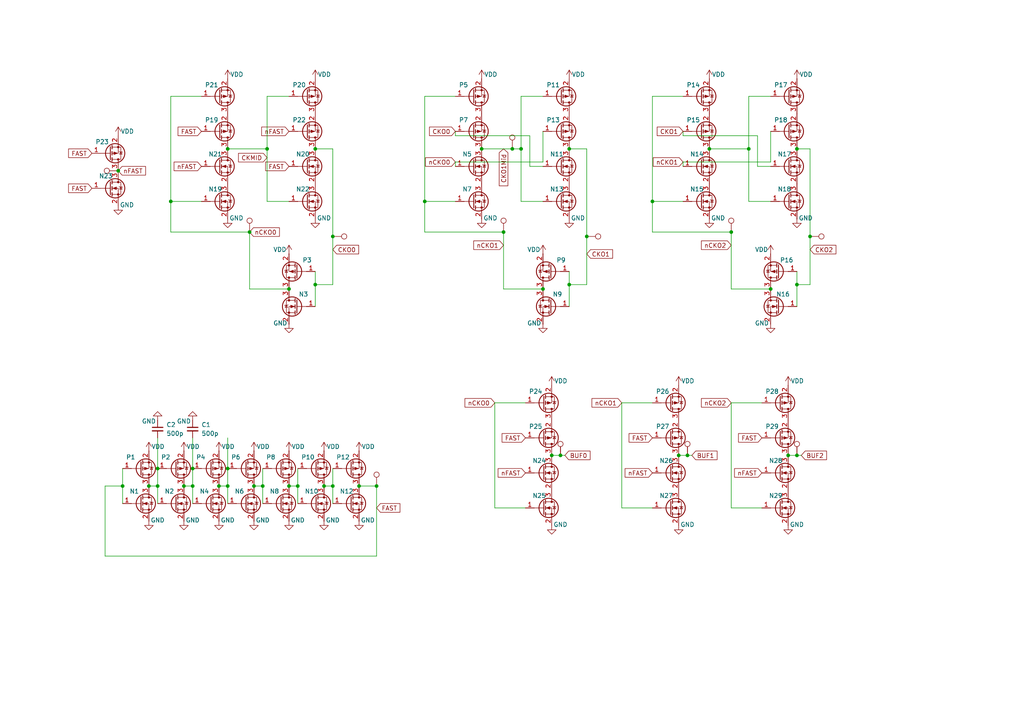
<source format=kicad_sch>
(kicad_sch (version 20250114) (generator "eeschema") (generator_version "9.0")
  (paper "A4")
  (junction (at 123.19 58.42))
  (junction (at 76.2 140.97))
  (junction (at 228.6 132.08))
  (junction (at 77.47 43.18))
  (junction (at 66.04 135.89))
  (junction (at 66.04 140.97))
  (junction (at 165.1 43.18))
  (junction (at 170.18 68.58))
  (junction (at 45.72 140.97))
  (junction (at 165.1 82.55))
  (junction (at 196.85 132.08))
  (junction (at 231.14 132.08))
  (junction (at 223.52 83.82))
  (junction (at 66.04 43.18))
  (junction (at 231.14 82.55))
  (junction (at 189.23 58.42))
  (junction (at 151.13 43.18))
  (junction (at 93.98 140.97))
  (junction (at 55.88 135.89))
  (junction (at 160.02 132.08))
  (junction (at 43.18 140.97))
  (junction (at 162.56 132.08))
  (junction (at 157.48 83.82))
  (junction (at 91.44 43.18))
  (junction (at 96.52 68.58))
  (junction (at 199.39 132.08))
  (junction (at 45.72 135.89))
  (junction (at 53.34 140.97))
  (junction (at 212.09 67.31))
  (junction (at 86.36 140.97))
  (junction (at 104.14 140.97))
  (junction (at 83.82 140.97))
  (junction (at 34.29 49.53))
  (junction (at 49.53 58.42))
  (junction (at 91.44 82.55))
  (junction (at 205.74 43.18))
  (junction (at 139.7 43.18))
  (junction (at 146.05 67.31))
  (junction (at 109.22 140.97))
  (junction (at 96.52 140.97))
  (junction (at 231.14 43.18))
  (junction (at 217.17 43.18))
  (junction (at 83.82 83.82))
  (junction (at 148.59 43.18))
  (junction (at 35.56 140.97))
  (junction (at 63.5 140.97))
  (junction (at 72.39 67.31))
  (junction (at 55.88 140.97))
  (junction (at 73.66 140.97))
  (junction (at 234.95 68.58))
  (wire (pts (xy 223.52 38.1) (xy 223.52 46.99)))
  (wire (pts (xy 231.14 82.55) (xy 234.95 82.55)))
  (wire (pts (xy 91.44 78.74) (xy 91.44 82.55)))
  (wire (pts (xy 55.88 135.89) (xy 55.88 140.97)))
  (wire (pts (xy 49.53 27.94) (xy 49.53 58.42)))
  (wire (pts (xy 151.13 43.18) (xy 151.13 58.42)))
  (wire (pts (xy 30.48 161.29) (xy 109.22 161.29)))
  (wire (pts (xy 55.88 140.97) (xy 55.88 146.05)))
  (wire (pts (xy 165.1 82.55) (xy 170.18 82.55)))
  (wire (pts (xy 232.41 132.08) (xy 231.14 132.08)))
  (wire (pts (xy 148.59 43.18) (xy 151.13 43.18)))
  (wire (pts (xy 66.04 140.97) (xy 66.04 135.89)))
  (wire (pts (xy 165.1 82.55) (xy 165.1 88.9)))
  (wire (pts (xy 53.34 140.97) (xy 55.88 140.97)))
  (wire (pts (xy 55.88 127) (xy 55.88 135.89)))
  (wire (pts (xy 86.36 140.97) (xy 86.36 146.05)))
  (wire (pts (xy 91.44 43.18) (xy 96.52 43.18)))
  (wire (pts (xy 219.71 48.26) (xy 223.52 48.26)))
  (wire (pts (xy 49.53 67.31) (xy 72.39 67.31)))
  (wire (pts (xy 30.48 140.97) (xy 30.48 161.29)))
  (wire (pts (xy 123.19 67.31) (xy 123.19 58.42)))
  (wire (pts (xy 109.22 140.97) (xy 109.22 161.29)))
  (wire (pts (xy 212.09 83.82) (xy 223.52 83.82)))
  (wire (pts (xy 96.52 68.58) (xy 96.52 82.55)))
  (wire (pts (xy 35.56 135.89) (xy 35.56 140.97)))
  (wire (pts (xy 205.74 43.18) (xy 217.17 43.18)))
  (wire (pts (xy 198.12 27.94) (xy 189.23 27.94)))
  (wire (pts (xy 66.04 43.18) (xy 77.47 43.18)))
  (wire (pts (xy 170.18 43.18) (xy 170.18 68.58)))
  (wire (pts (xy 162.56 132.08) (xy 160.02 132.08)))
  (wire (pts (xy 86.36 135.89) (xy 86.36 140.97)))
  (wire (pts (xy 73.66 140.97) (xy 76.2 140.97)))
  (wire (pts (xy 83.82 27.94) (xy 77.47 27.94)))
  (wire (pts (xy 212.09 67.31) (xy 212.09 83.82)))
  (wire (pts (xy 170.18 68.58) (xy 170.18 82.55)))
  (wire (pts (xy 152.4 116.84) (xy 143.51 116.84)))
  (wire (pts (xy 157.48 46.99) (xy 132.08 46.99)))
  (wire (pts (xy 163.83 132.08) (xy 162.56 132.08)))
  (wire (pts (xy 77.47 27.94) (xy 77.47 43.18)))
  (wire (pts (xy 198.12 46.99) (xy 198.12 48.26)))
  (wire (pts (xy 123.19 27.94) (xy 123.19 58.42)))
  (wire (pts (xy 96.52 140.97) (xy 96.52 135.89)))
  (wire (pts (xy 198.12 38.1) (xy 198.12 39.37)))
  (wire (pts (xy 165.1 43.18) (xy 170.18 43.18)))
  (wire (pts (xy 96.52 43.18) (xy 96.52 68.58)))
  (wire (pts (xy 123.19 67.31) (xy 146.05 67.31)))
  (wire (pts (xy 93.98 140.97) (xy 96.52 140.97)))
  (wire (pts (xy 104.14 140.97) (xy 109.22 140.97)))
  (wire (pts (xy 217.17 58.42) (xy 223.52 58.42)))
  (wire (pts (xy 66.04 140.97) (xy 66.04 146.05)))
  (wire (pts (xy 157.48 27.94) (xy 151.13 27.94)))
  (wire (pts (xy 132.08 46.99) (xy 132.08 48.26)))
  (wire (pts (xy 143.51 116.84) (xy 143.51 147.32)))
  (wire (pts (xy 139.7 43.18) (xy 148.59 43.18)))
  (wire (pts (xy 153.67 48.26) (xy 157.48 48.26)))
  (wire (pts (xy 231.14 132.08) (xy 228.6 132.08)))
  (wire (pts (xy 123.19 58.42) (xy 132.08 58.42)))
  (wire (pts (xy 212.09 147.32) (xy 220.98 147.32)))
  (wire (pts (xy 146.05 67.31) (xy 146.05 83.82)))
  (wire (pts (xy 180.34 147.32) (xy 189.23 147.32)))
  (wire (pts (xy 189.23 67.31) (xy 212.09 67.31)))
  (wire (pts (xy 189.23 27.94) (xy 189.23 58.42)))
  (wire (pts (xy 143.51 147.32) (xy 152.4 147.32)))
  (wire (pts (xy 157.48 38.1) (xy 157.48 46.99)))
  (wire (pts (xy 234.95 68.58) (xy 234.95 82.55)))
  (wire (pts (xy 63.5 140.97) (xy 66.04 140.97)))
  (wire (pts (xy 132.08 38.1) (xy 132.08 39.37)))
  (wire (pts (xy 189.23 58.42) (xy 198.12 58.42)))
  (wire (pts (xy 220.98 116.84) (xy 212.09 116.84)))
  (wire (pts (xy 234.95 43.18) (xy 234.95 68.58)))
  (wire (pts (xy 43.18 140.97) (xy 45.72 140.97)))
  (wire (pts (xy 212.09 116.84) (xy 212.09 147.32)))
  (wire (pts (xy 231.14 82.55) (xy 231.14 88.9)))
  (wire (pts (xy 91.44 82.55) (xy 91.44 88.9)))
  (wire (pts (xy 189.23 67.31) (xy 189.23 58.42)))
  (wire (pts (xy 146.05 83.82) (xy 157.48 83.82)))
  (wire (pts (xy 49.53 67.31) (xy 49.53 58.42)))
  (wire (pts (xy 83.82 140.97) (xy 86.36 140.97)))
  (wire (pts (xy 151.13 27.94) (xy 151.13 43.18)))
  (wire (pts (xy 165.1 78.74) (xy 165.1 82.55)))
  (wire (pts (xy 66.04 127) (xy 66.04 135.89)))
  (wire (pts (xy 77.47 58.42) (xy 83.82 58.42)))
  (wire (pts (xy 189.23 116.84) (xy 180.34 116.84)))
  (wire (pts (xy 200.66 132.08) (xy 199.39 132.08)))
  (wire (pts (xy 72.39 83.82) (xy 83.82 83.82)))
  (wire (pts (xy 76.2 140.97) (xy 76.2 146.05)))
  (wire (pts (xy 132.08 39.37) (xy 153.67 39.37)))
  (wire (pts (xy 223.52 46.99) (xy 198.12 46.99)))
  (wire (pts (xy 223.52 27.94) (xy 217.17 27.94)))
  (wire (pts (xy 219.71 39.37) (xy 219.71 48.26)))
  (wire (pts (xy 45.72 140.97) (xy 45.72 135.89)))
  (wire (pts (xy 49.53 58.42) (xy 58.42 58.42)))
  (wire (pts (xy 217.17 43.18) (xy 217.17 58.42)))
  (wire (pts (xy 217.17 27.94) (xy 217.17 43.18)))
  (wire (pts (xy 231.14 43.18) (xy 234.95 43.18)))
  (wire (pts (xy 153.67 39.37) (xy 153.67 48.26)))
  (wire (pts (xy 45.72 127) (xy 45.72 135.89)))
  (wire (pts (xy 35.56 140.97) (xy 35.56 146.05)))
  (wire (pts (xy 72.39 67.31) (xy 72.39 83.82)))
  (wire (pts (xy 76.2 140.97) (xy 76.2 135.89)))
  (wire (pts (xy 180.34 116.84) (xy 180.34 147.32)))
  (wire (pts (xy 35.56 140.97) (xy 30.48 140.97)))
  (wire (pts (xy 199.39 132.08) (xy 196.85 132.08)))
  (wire (pts (xy 151.13 58.42) (xy 157.48 58.42)))
  (wire (pts (xy 198.12 39.37) (xy 219.71 39.37)))
  (wire (pts (xy 91.44 82.55) (xy 96.52 82.55)))
  (wire (pts (xy 45.72 140.97) (xy 45.72 146.05)))
  (wire (pts (xy 58.42 27.94) (xy 49.53 27.94)))
  (wire (pts (xy 132.08 27.94) (xy 123.19 27.94)))
  (wire (pts (xy 77.47 43.18) (xy 77.47 58.42)))
  (wire (pts (xy 231.14 78.74) (xy 231.14 82.55)))
  (wire (pts (xy 96.52 140.97) (xy 96.52 146.05)))
  (global_label "nFAST" (shape input) (at 152.4 137.16 180) (property "Intersheetrefs" "${INTERSHEET_REFS}" (effects (hide yes))))
  (global_label "nCKO0" (shape input) (at 72.39 67.31 0) (property "Intersheetrefs" "${INTERSHEET_REFS}" (effects (hide yes))))
  (global_label "nFAST" (shape input) (at 34.29 49.53 0) (property "Intersheetrefs" "${INTERSHEET_REFS}" (effects (hide yes))))
  (global_label "FAST" (shape input) (at 109.22 147.32 0) (property "Intersheetrefs" "${INTERSHEET_REFS}" (effects (hide yes))))
  (global_label "CKO0" (shape input) (at 132.08 38.1 180) (property "Intersheetrefs" "${INTERSHEET_REFS}" (effects (hide yes))))
  (global_label "nCKO2" (shape input) (at 212.09 116.84 180) (property "Intersheetrefs" "${INTERSHEET_REFS}" (effects (hide yes))))
  (global_label "nCKO2" (shape input) (at 212.09 71.12 180) (property "Intersheetrefs" "${INTERSHEET_REFS}" (effects (hide yes))))
  (global_label "FAST" (shape input) (at 26.67 54.61 180) (property "Intersheetrefs" "${INTERSHEET_REFS}" (effects (hide yes))))
  (global_label "BUF0" (shape input) (at 163.83 132.08 0) (property "Intersheetrefs" "${INTERSHEET_REFS}" (effects (hide yes))))
  (global_label "FAST" (shape input) (at 220.98 127 180) (property "Intersheetrefs" "${INTERSHEET_REFS}" (effects (hide yes))))
  (global_label "CKMID" (shape input) (at 77.47 45.72 180) (property "Intersheetrefs" "${INTERSHEET_REFS}" (effects (hide yes))))
  (global_label "FAST" (shape input) (at 83.82 48.26 180) (property "Intersheetrefs" "${INTERSHEET_REFS}" (effects (hide yes))))
  (global_label "nCKO0" (shape input) (at 143.51 116.84 180) (property "Intersheetrefs" "${INTERSHEET_REFS}" (effects (hide yes))))
  (global_label "CKO1" (shape input) (at 170.18 73.66 0) (property "Intersheetrefs" "${INTERSHEET_REFS}" (effects (hide yes))))
  (global_label "CKO1" (shape input) (at 198.12 38.1 180) (property "Intersheetrefs" "${INTERSHEET_REFS}" (effects (hide yes))))
  (global_label "nFAST" (shape input) (at 220.98 137.16 180) (property "Intersheetrefs" "${INTERSHEET_REFS}" (effects (hide yes))))
  (global_label "nCKO1" (shape input) (at 146.05 71.12 180) (property "Intersheetrefs" "${INTERSHEET_REFS}" (effects (hide yes))))
  (global_label "BUF1" (shape input) (at 200.66 132.08 0) (property "Intersheetrefs" "${INTERSHEET_REFS}" (effects (hide yes))))
  (global_label "FAST" (shape input) (at 189.23 127 180) (property "Intersheetrefs" "${INTERSHEET_REFS}" (effects (hide yes))))
  (global_label "CKO1Mid" (shape input) (at 146.05 43.18 270) (property "Intersheetrefs" "${INTERSHEET_REFS}" (effects (hide yes))))
  (global_label "BUF2" (shape input) (at 232.41 132.08 0) (property "Intersheetrefs" "${INTERSHEET_REFS}" (effects (hide yes))))
  (global_label "FAST" (shape input) (at 58.42 38.1 180) (property "Intersheetrefs" "${INTERSHEET_REFS}" (effects (hide yes))))
  (global_label "nCKO0" (shape input) (at 132.08 46.99 180) (property "Intersheetrefs" "${INTERSHEET_REFS}" (effects (hide yes))))
  (global_label "nCKO1" (shape input) (at 180.34 116.84 180) (property "Intersheetrefs" "${INTERSHEET_REFS}" (effects (hide yes))))
  (global_label "nFAST" (shape input) (at 83.82 38.1 180) (property "Intersheetrefs" "${INTERSHEET_REFS}" (effects (hide yes))))
  (global_label "FAST" (shape input) (at 152.4 127 180) (property "Intersheetrefs" "${INTERSHEET_REFS}" (effects (hide yes))))
  (global_label "CKO0" (shape input) (at 96.52 72.39 0) (property "Intersheetrefs" "${INTERSHEET_REFS}" (effects (hide yes))))
  (global_label "FAST" (shape input) (at 26.67 44.45 180) (property "Intersheetrefs" "${INTERSHEET_REFS}" (effects (hide yes))))
  (global_label "nFAST" (shape input) (at 189.23 137.16 180) (property "Intersheetrefs" "${INTERSHEET_REFS}" (effects (hide yes))))
  (global_label "nFAST" (shape input) (at 58.42 48.26 180) (property "Intersheetrefs" "${INTERSHEET_REFS}" (effects (hide yes))))
  (global_label "nCKO1" (shape input) (at 198.12 46.99 180) (property "Intersheetrefs" "${INTERSHEET_REFS}" (effects (hide yes))))
  (global_label "CKO2" (shape input) (at 234.95 72.39 0) (property "Intersheetrefs" "${INTERSHEET_REFS}" (effects (hide yes))))
  (symbol (lib_id "power:VDD") (at 228.6 111.76 0) (unit 1)
    (property "Reference" "#PWR035" (effects (hide yes)))
    (property "Value" "VDD" (at 233.172 110.49 0) (effects (justify right)))
    (property "Description" "Power symbol creates a global label with name \"VDD\"" (effects (hide yes)))
  )
  (symbol (lib_id "Device:Q_PMOS_GSD") (at 226.06 78.74 180) (unit 1)
    (property "Reference" "P16" (at 230.124 75.438 0) (effects (justify left)))
    (property "Value" "RZM001P02T2L" (effects (hide yes)))
    (property "Footprint" "cnhardware:SOT-723-COMPACTP" (effects (hide yes)))
    (property "Description" "P-MOSFET transistor, gate/source/drain" (effects (hide yes)))
    (property "LCSC" "C308762" (effects (hide yes)))
    (property "Sim.Device" "PMOS" (effects (hide yes)))
    (property "Sim.Type" "VDMOS" (effects (hide yes)))
    (property "Sim.Pins" "1=G 2=S 3=D" (effects (hide yes)))
  )
  (symbol (lib_id "Device:Q_NMOS_GSD") (at 157.48 137.16 0) (unit 1)
    (property "Reference" "N24" (at 154.432 133.604 0) (effects (justify left)))
    (property "Value" "2SK3541" (effects (hide yes)))
    (property "Footprint" "cnhardware:SOT-723-COMPACT" (effects (hide yes)))
    (property "Description" "N-MOSFET transistor, gate/source/drain" (effects (hide yes)))
    (property "LCSC" "C42402303" (effects (hide yes)))
    (property "Sim.Device" "NMOS" (effects (hide yes)))
    (property "Sim.Type" "VDMOS" (effects (hide yes)))
    (property "Sim.Pins" "1=G 2=S 3=D" (effects (hide yes)))
  )
  (symbol (lib_id "Device:Q_NMOS_GSD") (at 50.8 146.05 0) (unit 1)
    (property "Reference" "N2" (at 47.752 142.494 0) (effects (justify left)))
    (property "Value" "2SK3541" (effects (hide yes)))
    (property "Footprint" "cnhardware:SOT-723-COMPACT" (effects (hide yes)))
    (property "Description" "N-MOSFET transistor, gate/source/drain" (effects (hide yes)))
    (property "LCSC" "C42402303" (effects (hide yes)))
    (property "Sim.Device" "NMOS" (effects (hide yes)))
    (property "Sim.Type" "VDMOS" (effects (hide yes)))
    (property "Sim.Pins" "1=G 2=S 3=D" (effects (hide yes)))
  )
  (symbol (lib_id "Device:Q_PMOS_GSD") (at 203.2 38.1 0) (mirror x) (unit 1)
    (property "Reference" "P15" (at 199.136 34.798 0) (effects (justify left)))
    (property "Value" "RZM001P02T2L" (effects (hide yes)))
    (property "Footprint" "cnhardware:SOT-723-COMPACTP" (effects (hide yes)))
    (property "Description" "P-MOSFET transistor, gate/source/drain" (effects (hide yes)))
    (property "LCSC" "C308762" (effects (hide yes)))
    (property "Sim.Device" "PMOS" (effects (hide yes)))
    (property "Sim.Type" "VDMOS" (effects (hide yes)))
    (property "Sim.Pins" "1=G 2=S 3=D" (effects (hide yes)))
  )
  (symbol (lib_id "power:VDD") (at 157.48 73.66 0) (mirror y) (unit 1)
    (property "Reference" "#PWR09" (effects (hide yes)))
    (property "Value" "VDD" (at 152.908 72.39 0) (effects (justify right)))
    (property "Description" "Power symbol creates a global label with name \"VDD\"" (effects (hide yes)))
  )
  (symbol (lib_id "Connector:TestPoint") (at 231.14 132.08 0) (unit 1) (in_bom no)
    (property "Reference" "TP12" (effects (hide yes)))
    (property "Value" "TP" (effects (hide yes)))
    (property "Footprint" "cnhardware:TPTHRU" (effects (hide yes)))
    (property "Description" "test point" (effects (hide yes)))
    (property "LCSC" "C25503131" (effects (hide yes)))
    (property "Sim.Device" "TP" (effects (hide yes)))
    (property "Sim.Params" "ROON" (effects (hide yes)))
  )
  (symbol (lib_id "power:GND") (at 83.82 93.98 0) (mirror y) (unit 1)
    (property "Reference" "#PWR02" (effects (hide yes)))
    (property "Value" "GND" (at 81.28 93.726 0))
    (property "Description" "Power symbol creates a global label with name \"GND\" , ground" (effects (hide yes)))
  )
  (symbol (lib_id "Device:Q_NMOS_GSD") (at 60.96 146.05 0) (unit 1)
    (property "Reference" "N4" (at 57.912 142.494 0) (effects (justify left)))
    (property "Value" "2SK3541" (effects (hide yes)))
    (property "Footprint" "cnhardware:SOT-723-COMPACT" (effects (hide yes)))
    (property "Description" "N-MOSFET transistor, gate/source/drain" (effects (hide yes)))
    (property "LCSC" "C42402303" (effects (hide yes)))
    (property "Sim.Device" "NMOS" (effects (hide yes)))
    (property "Sim.Type" "VDMOS" (effects (hide yes)))
    (property "Sim.Pins" "1=G 2=S 3=D" (effects (hide yes)))
  )
  (symbol (lib_id "Device:Q_NMOS_GSD") (at 91.44 146.05 0) (unit 1)
    (property "Reference" "N10" (at 88.392 142.494 0) (effects (justify left)))
    (property "Value" "2SK3541" (effects (hide yes)))
    (property "Footprint" "cnhardware:SOT-723-COMPACT" (effects (hide yes)))
    (property "Description" "N-MOSFET transistor, gate/source/drain" (effects (hide yes)))
    (property "LCSC" "C42402303" (effects (hide yes)))
    (property "Sim.Device" "NMOS" (effects (hide yes)))
    (property "Sim.Type" "VDMOS" (effects (hide yes)))
    (property "Sim.Pins" "1=G 2=S 3=D" (effects (hide yes)))
  )
  (symbol (lib_id "Connector:TestPoint") (at 212.09 67.31 0) (unit 1) (in_bom no)
    (property "Reference" "TP8" (effects (hide yes)))
    (property "Value" "TP" (effects (hide yes)))
    (property "Footprint" "cnhardware:TPTHRU" (effects (hide yes)))
    (property "Description" "test point" (effects (hide yes)))
    (property "LCSC" "C25503131" (effects (hide yes)))
    (property "Sim.Device" "TP" (effects (hide yes)))
    (property "Sim.Params" "ROON" (effects (hide yes)))
  )
  (symbol (lib_id "Device:Q_PMOS_GSD") (at 157.48 116.84 0) (mirror x) (unit 1)
    (property "Reference" "P24" (at 153.416 113.538 0) (effects (justify left)))
    (property "Value" "RZM001P02T2L" (effects (hide yes)))
    (property "Footprint" "cnhardware:SOT-723-COMPACTP" (effects (hide yes)))
    (property "Description" "P-MOSFET transistor, gate/source/drain" (effects (hide yes)))
    (property "LCSC" "C308762" (effects (hide yes)))
    (property "Sim.Device" "PMOS" (effects (hide yes)))
    (property "Sim.Type" "VDMOS" (effects (hide yes)))
    (property "Sim.Pins" "1=G 2=S 3=D" (effects (hide yes)))
  )
  (symbol (lib_id "Device:Q_PMOS_GSD") (at 228.6 38.1 0) (mirror x) (unit 1)
    (property "Reference" "P18" (at 224.536 34.798 0) (effects (justify left)))
    (property "Value" "RZM001P02T2L" (effects (hide yes)))
    (property "Footprint" "cnhardware:SOT-723-COMPACTP" (effects (hide yes)))
    (property "Description" "P-MOSFET transistor, gate/source/drain" (effects (hide yes)))
    (property "LCSC" "C308762" (effects (hide yes)))
    (property "Sim.Device" "PMOS" (effects (hide yes)))
    (property "Sim.Type" "VDMOS" (effects (hide yes)))
    (property "Sim.Pins" "1=G 2=S 3=D" (effects (hide yes)))
  )
  (symbol (lib_id "Device:Q_NMOS_GSD") (at 203.2 58.42 0) (unit 1)
    (property "Reference" "N15" (at 200.152 54.864 0) (effects (justify left)))
    (property "Value" "2SK3541" (effects (hide yes)))
    (property "Footprint" "cnhardware:SOT-723-COMPACT" (effects (hide yes)))
    (property "Description" "N-MOSFET transistor, gate/source/drain" (effects (hide yes)))
    (property "LCSC" "C42402303" (effects (hide yes)))
    (property "Sim.Device" "NMOS" (effects (hide yes)))
    (property "Sim.Type" "VDMOS" (effects (hide yes)))
    (property "Sim.Pins" "1=G 2=S 3=D" (effects (hide yes)))
  )
  (symbol (lib_id "power:GND") (at 157.48 93.98 0) (mirror y) (unit 1)
    (property "Reference" "#PWR010" (effects (hide yes)))
    (property "Value" "GND" (at 154.94 93.726 0))
    (property "Description" "Power symbol creates a global label with name \"GND\" , ground" (effects (hide yes)))
  )
  (symbol (lib_id "power:GND") (at 104.14 151.13 0) (unit 1)
    (property "Reference" "#PWR034" (effects (hide yes)))
    (property "Value" "GND" (at 106.68 150.876 0))
    (property "Description" "Power symbol creates a global label with name \"GND\" , ground" (effects (hide yes)))
  )
  (symbol (lib_id "Device:C_Small") (at 55.88 124.46 0) (unit 1)
    (property "Reference" "C1" (at 58.42 123.1962 0) (effects (justify left)))
    (property "Value" "500p" (at 58.42 125.7362 0) (effects (justify left)))
    (property "Description" "Unpolarized capacitor, small symbol" (effects (hide yes)))
  )
  (symbol (lib_id "Connector:TestPoint") (at 162.56 132.08 0) (unit 1) (in_bom no)
    (property "Reference" "TP7" (effects (hide yes)))
    (property "Value" "TP" (effects (hide yes)))
    (property "Footprint" "cnhardware:TPTHRU" (effects (hide yes)))
    (property "Description" "test point" (effects (hide yes)))
    (property "LCSC" "C25503131" (effects (hide yes)))
    (property "Sim.Device" "TP" (effects (hide yes)))
    (property "Sim.Params" "ROON" (effects (hide yes)))
  )
  (symbol (lib_id "Device:Q_PMOS_GSD") (at 86.36 78.74 180) (unit 1)
    (property "Reference" "P3" (at 90.424 75.438 0) (effects (justify left)))
    (property "Value" "RZM001P02T2L" (effects (hide yes)))
    (property "Footprint" "cnhardware:SOT-723-COMPACTP" (effects (hide yes)))
    (property "Description" "P-MOSFET transistor, gate/source/drain" (effects (hide yes)))
    (property "LCSC" "C308762" (effects (hide yes)))
    (property "Sim.Device" "PMOS" (effects (hide yes)))
    (property "Sim.Type" "VDMOS" (effects (hide yes)))
    (property "Sim.Pins" "1=G 2=S 3=D" (effects (hide yes)))
  )
  (symbol (lib_id "power:GND") (at 45.72 121.92 180) (unit 1)
    (property "Reference" "#PWR026" (effects (hide yes)))
    (property "Value" "GND" (at 43.18 122.174 0))
    (property "Description" "Power symbol creates a global label with name \"GND\" , ground" (effects (hide yes)))
  )
  (symbol (lib_id "Device:Q_NMOS_GSD") (at 71.12 146.05 0) (unit 1)
    (property "Reference" "N6" (at 68.072 142.494 0) (effects (justify left)))
    (property "Value" "2SK3541" (effects (hide yes)))
    (property "Footprint" "cnhardware:SOT-723-COMPACT" (effects (hide yes)))
    (property "Description" "N-MOSFET transistor, gate/source/drain" (effects (hide yes)))
    (property "LCSC" "C42402303" (effects (hide yes)))
    (property "Sim.Device" "NMOS" (effects (hide yes)))
    (property "Sim.Type" "VDMOS" (effects (hide yes)))
    (property "Sim.Pins" "1=G 2=S 3=D" (effects (hide yes)))
  )
  (symbol (lib_id "Device:Q_PMOS_GSD") (at 71.12 135.89 0) (mirror x) (unit 1)
    (property "Reference" "P6" (at 67.056 132.588 0) (effects (justify left)))
    (property "Value" "RZM001P02T2L" (effects (hide yes)))
    (property "Footprint" "cnhardware:SOT-723-COMPACTP" (effects (hide yes)))
    (property "Description" "P-MOSFET transistor, gate/source/drain" (effects (hide yes)))
    (property "LCSC" "C308762" (effects (hide yes)))
    (property "Sim.Device" "PMOS" (effects (hide yes)))
    (property "Sim.Type" "VDMOS" (effects (hide yes)))
    (property "Sim.Pins" "1=G 2=S 3=D" (effects (hide yes)))
  )
  (symbol (lib_id "power:GND") (at 73.66 151.13 0) (unit 1)
    (property "Reference" "#PWR018" (effects (hide yes)))
    (property "Value" "GND" (at 76.2 150.876 0))
    (property "Description" "Power symbol creates a global label with name \"GND\" , ground" (effects (hide yes)))
  )
  (symbol (lib_id "power:GND") (at 83.82 151.13 0) (unit 1)
    (property "Reference" "#PWR023" (effects (hide yes)))
    (property "Value" "GND" (at 86.36 150.876 0))
    (property "Description" "Power symbol creates a global label with name \"GND\" , ground" (effects (hide yes)))
  )
  (symbol (lib_id "Device:Q_NMOS_GSD") (at 88.9 48.26 0) (unit 1)
    (property "Reference" "N20" (at 85.852 44.704 0) (effects (justify left)))
    (property "Value" "2SK3541" (effects (hide yes)))
    (property "Footprint" "cnhardware:SOT-723-COMPACT" (effects (hide yes)))
    (property "Description" "N-MOSFET transistor, gate/source/drain" (effects (hide yes)))
    (property "LCSC" "C42402303" (effects (hide yes)))
    (property "Sim.Device" "NMOS" (effects (hide yes)))
    (property "Sim.Type" "VDMOS" (effects (hide yes)))
    (property "Sim.Pins" "1=G 2=S 3=D" (effects (hide yes)))
  )
  (symbol (lib_id "power:VDD") (at 196.85 111.76 0) (unit 1)
    (property "Reference" "#PWR031" (effects (hide yes)))
    (property "Value" "VDD" (at 201.422 110.49 0) (effects (justify right)))
    (property "Description" "Power symbol creates a global label with name \"VDD\"" (effects (hide yes)))
  )
  (symbol (lib_id "Device:Q_NMOS_GSD") (at 86.36 88.9 0) (mirror y) (unit 1)
    (property "Reference" "N3" (at 89.408 85.344 0) (effects (justify left)))
    (property "Value" "2SK3541" (effects (hide yes)))
    (property "Footprint" "cnhardware:SOT-723-COMPACT" (effects (hide yes)))
    (property "Description" "N-MOSFET transistor, gate/source/drain" (effects (hide yes)))
    (property "LCSC" "C42402303" (effects (hide yes)))
    (property "Sim.Device" "NMOS" (effects (hide yes)))
    (property "Sim.Type" "VDMOS" (effects (hide yes)))
    (property "Sim.Pins" "1=G 2=S 3=D" (effects (hide yes)))
  )
  (symbol (lib_id "Device:Q_NMOS_GSD") (at 226.06 147.32 0) (unit 1)
    (property "Reference" "N29" (at 223.012 143.764 0) (effects (justify left)))
    (property "Value" "2SK3541" (effects (hide yes)))
    (property "Footprint" "cnhardware:SOT-723-COMPACT" (effects (hide yes)))
    (property "Description" "N-MOSFET transistor, gate/source/drain" (effects (hide yes)))
    (property "LCSC" "C42402303" (effects (hide yes)))
    (property "Sim.Device" "NMOS" (effects (hide yes)))
    (property "Sim.Type" "VDMOS" (effects (hide yes)))
    (property "Sim.Pins" "1=G 2=S 3=D" (effects (hide yes)))
  )
  (symbol (lib_id "Device:Q_PMOS_GSD") (at 101.6 135.89 0) (mirror x) (unit 1)
    (property "Reference" "P12" (at 97.536 132.588 0) (effects (justify left)))
    (property "Value" "RZM001P02T2L" (effects (hide yes)))
    (property "Footprint" "cnhardware:SOT-723-COMPACTP" (effects (hide yes)))
    (property "Description" "P-MOSFET transistor, gate/source/drain" (effects (hide yes)))
    (property "LCSC" "C308762" (effects (hide yes)))
    (property "Sim.Device" "PMOS" (effects (hide yes)))
    (property "Sim.Type" "VDMOS" (effects (hide yes)))
    (property "Sim.Pins" "1=G 2=S 3=D" (effects (hide yes)))
  )
  (symbol (lib_id "power:VDD") (at 205.74 22.86 0) (unit 1)
    (property "Reference" "#PWR015" (effects (hide yes)))
    (property "Value" "VDD" (at 210.312 21.59 0) (effects (justify right)))
    (property "Description" "Power symbol creates a global label with name \"VDD\"" (effects (hide yes)))
  )
  (symbol (lib_id "Device:Q_NMOS_GSD") (at 194.31 137.16 0) (unit 1)
    (property "Reference" "N26" (at 191.262 133.604 0) (effects (justify left)))
    (property "Value" "2SK3541" (effects (hide yes)))
    (property "Footprint" "cnhardware:SOT-723-COMPACT" (effects (hide yes)))
    (property "Description" "N-MOSFET transistor, gate/source/drain" (effects (hide yes)))
    (property "LCSC" "C42402303" (effects (hide yes)))
    (property "Sim.Device" "NMOS" (effects (hide yes)))
    (property "Sim.Type" "VDMOS" (effects (hide yes)))
    (property "Sim.Pins" "1=G 2=S 3=D" (effects (hide yes)))
  )
  (symbol (lib_id "Connector:TestPoint") (at 109.22 140.97 0) (unit 1) (in_bom no)
    (property "Reference" "TP5" (effects (hide yes)))
    (property "Value" "TP" (effects (hide yes)))
    (property "Footprint" "cnhardware:TPTHRU" (effects (hide yes)))
    (property "Description" "test point" (effects (hide yes)))
    (property "LCSC" "C25503131" (effects (hide yes)))
    (property "Sim.Device" "TP" (effects (hide yes)))
    (property "Sim.Params" "ROON" (effects (hide yes)))
  )
  (symbol (lib_id "Device:Q_PMOS_GSD") (at 157.48 127 0) (mirror x) (unit 1)
    (property "Reference" "P25" (at 153.416 123.698 0) (effects (justify left)))
    (property "Value" "RZM001P02T2L" (effects (hide yes)))
    (property "Footprint" "cnhardware:SOT-723-COMPACTP" (effects (hide yes)))
    (property "Description" "P-MOSFET transistor, gate/source/drain" (effects (hide yes)))
    (property "LCSC" "C308762" (effects (hide yes)))
    (property "Sim.Device" "PMOS" (effects (hide yes)))
    (property "Sim.Type" "VDMOS" (effects (hide yes)))
    (property "Sim.Pins" "1=G 2=S 3=D" (effects (hide yes)))
  )
  (symbol (lib_id "power:VDD") (at 160.02 111.76 0) (unit 1)
    (property "Reference" "#PWR027" (effects (hide yes)))
    (property "Value" "VDD" (at 164.592 110.49 0) (effects (justify right)))
    (property "Description" "Power symbol creates a global label with name \"VDD\"" (effects (hide yes)))
  )
  (symbol (lib_id "power:GND") (at 93.98 151.13 0) (unit 1)
    (property "Reference" "#PWR029" (effects (hide yes)))
    (property "Value" "GND" (at 96.52 150.876 0))
    (property "Description" "Power symbol creates a global label with name \"GND\" , ground" (effects (hide yes)))
  )
  (symbol (lib_id "Connector:TestPoint") (at 234.95 68.58 270) (unit 1) (in_bom no)
    (property "Reference" "TP11" (effects (hide yes)))
    (property "Value" "TP" (effects (hide yes)))
    (property "Footprint" "cnhardware:TPTHRU" (effects (hide yes)))
    (property "Description" "test point" (effects (hide yes)))
    (property "LCSC" "C25503131" (effects (hide yes)))
    (property "Sim.Device" "TP" (effects (hide yes)))
    (property "Sim.Params" "ROON" (effects (hide yes)))
  )
  (symbol (lib_id "Device:Q_PMOS_GSD") (at 81.28 135.89 0) (mirror x) (unit 1)
    (property "Reference" "P8" (at 77.216 132.588 0) (effects (justify left)))
    (property "Value" "RZM001P02T2L" (effects (hide yes)))
    (property "Footprint" "cnhardware:SOT-723-COMPACTP" (effects (hide yes)))
    (property "Description" "P-MOSFET transistor, gate/source/drain" (effects (hide yes)))
    (property "LCSC" "C308762" (effects (hide yes)))
    (property "Sim.Device" "PMOS" (effects (hide yes)))
    (property "Sim.Type" "VDMOS" (effects (hide yes)))
    (property "Sim.Pins" "1=G 2=S 3=D" (effects (hide yes)))
  )
  (symbol (lib_id "Device:Q_NMOS_GSD") (at 40.64 146.05 0) (unit 1)
    (property "Reference" "N1" (at 37.592 142.494 0) (effects (justify left)))
    (property "Value" "2SK3541" (effects (hide yes)))
    (property "Footprint" "cnhardware:SOT-723-COMPACT" (effects (hide yes)))
    (property "Description" "N-MOSFET transistor, gate/source/drain" (effects (hide yes)))
    (property "LCSC" "C42402303" (effects (hide yes)))
    (property "Sim.Device" "NMOS" (effects (hide yes)))
    (property "Sim.Type" "VDMOS" (effects (hide yes)))
    (property "Sim.Pins" "1=G 2=S 3=D" (effects (hide yes)))
  )
  (symbol (lib_id "Device:Q_NMOS_GSD") (at 101.6 146.05 0) (unit 1)
    (property "Reference" "N12" (at 98.552 142.494 0) (effects (justify left)))
    (property "Value" "2SK3541" (effects (hide yes)))
    (property "Footprint" "cnhardware:SOT-723-COMPACT" (effects (hide yes)))
    (property "Description" "N-MOSFET transistor, gate/source/drain" (effects (hide yes)))
    (property "LCSC" "C42402303" (effects (hide yes)))
    (property "Sim.Device" "NMOS" (effects (hide yes)))
    (property "Sim.Type" "VDMOS" (effects (hide yes)))
    (property "Sim.Pins" "1=G 2=S 3=D" (effects (hide yes)))
  )
  (symbol (lib_id "Connector:TestPoint") (at 72.39 67.31 0) (unit 1) (in_bom no)
    (property "Reference" "TP9" (effects (hide yes)))
    (property "Value" "TP" (effects (hide yes)))
    (property "Footprint" "cnhardware:TPTHRU" (effects (hide yes)))
    (property "Description" "test point" (effects (hide yes)))
    (property "LCSC" "C25503131" (effects (hide yes)))
    (property "Sim.Device" "TP" (effects (hide yes)))
    (property "Sim.Params" "ROON" (effects (hide yes)))
  )
  (symbol (lib_id "Device:Q_NMOS_GSD") (at 203.2 48.26 0) (unit 1)
    (property "Reference" "N14" (at 200.152 44.704 0) (effects (justify left)))
    (property "Value" "2SK3541" (effects (hide yes)))
    (property "Footprint" "cnhardware:SOT-723-COMPACT" (effects (hide yes)))
    (property "Description" "N-MOSFET transistor, gate/source/drain" (effects (hide yes)))
    (property "LCSC" "C42402303" (effects (hide yes)))
    (property "Sim.Device" "NMOS" (effects (hide yes)))
    (property "Sim.Type" "VDMOS" (effects (hide yes)))
    (property "Sim.Pins" "1=G 2=S 3=D" (effects (hide yes)))
  )
  (symbol (lib_id "Connector:TestPoint") (at 96.52 68.58 270) (unit 1) (in_bom no)
    (property "Reference" "TP2" (effects (hide yes)))
    (property "Value" "TP" (effects (hide yes)))
    (property "Footprint" "cnhardware:TPTHRU" (effects (hide yes)))
    (property "Description" "test point" (effects (hide yes)))
    (property "LCSC" "C25503131" (effects (hide yes)))
    (property "Sim.Device" "TP" (effects (hide yes)))
    (property "Sim.Params" "ROON" (effects (hide yes)))
  )
  (symbol (lib_id "Device:Q_PMOS_GSD") (at 50.8 135.89 0) (mirror x) (unit 1)
    (property "Reference" "P2" (at 46.736 132.588 0) (effects (justify left)))
    (property "Value" "RZM001P02T2L" (effects (hide yes)))
    (property "Footprint" "cnhardware:SOT-723-COMPACTP" (effects (hide yes)))
    (property "Description" "P-MOSFET transistor, gate/source/drain" (effects (hide yes)))
    (property "LCSC" "C308762" (effects (hide yes)))
    (property "Sim.Device" "PMOS" (effects (hide yes)))
    (property "Sim.Type" "VDMOS" (effects (hide yes)))
    (property "Sim.Pins" "1=G 2=S 3=D" (effects (hide yes)))
  )
  (symbol (lib_id "power:VDD") (at 231.14 22.86 0) (unit 1)
    (property "Reference" "#PWR021" (effects (hide yes)))
    (property "Value" "VDD" (at 235.712 21.59 0) (effects (justify right)))
    (property "Description" "Power symbol creates a global label with name \"VDD\"" (effects (hide yes)))
  )
  (symbol (lib_id "power:GND") (at 43.18 151.13 0) (unit 1)
    (property "Reference" "#PWR04" (effects (hide yes)))
    (property "Value" "GND" (at 45.72 150.876 0))
    (property "Description" "Power symbol creates a global label with name \"GND\" , ground" (effects (hide yes)))
  )
  (symbol (lib_id "Device:Q_NMOS_GSD") (at 194.31 147.32 0) (unit 1)
    (property "Reference" "N27" (at 191.262 143.764 0) (effects (justify left)))
    (property "Value" "2SK3541" (effects (hide yes)))
    (property "Footprint" "cnhardware:SOT-723-COMPACT" (effects (hide yes)))
    (property "Description" "N-MOSFET transistor, gate/source/drain" (effects (hide yes)))
    (property "LCSC" "C42402303" (effects (hide yes)))
    (property "Sim.Device" "NMOS" (effects (hide yes)))
    (property "Sim.Type" "VDMOS" (effects (hide yes)))
    (property "Sim.Pins" "1=G 2=S 3=D" (effects (hide yes)))
  )
  (symbol (lib_id "power:VDD") (at 139.7 22.86 0) (unit 1)
    (property "Reference" "#PWR05" (effects (hide yes)))
    (property "Value" "VDD" (at 144.272 21.59 0) (effects (justify right)))
    (property "Description" "Power symbol creates a global label with name \"VDD\"" (effects (hide yes)))
  )
  (symbol (lib_id "Device:Q_NMOS_GSD") (at 160.02 88.9 0) (mirror y) (unit 1)
    (property "Reference" "N9" (at 163.068 85.344 0) (effects (justify left)))
    (property "Value" "2SK3541" (effects (hide yes)))
    (property "Footprint" "cnhardware:SOT-723-COMPACT" (effects (hide yes)))
    (property "Description" "N-MOSFET transistor, gate/source/drain" (effects (hide yes)))
    (property "LCSC" "C42402303" (effects (hide yes)))
    (property "Sim.Device" "NMOS" (effects (hide yes)))
    (property "Sim.Type" "VDMOS" (effects (hide yes)))
    (property "Sim.Pins" "1=G 2=S 3=D" (effects (hide yes)))
  )
  (symbol (lib_id "power:GND") (at 53.34 151.13 0) (unit 1)
    (property "Reference" "#PWR07" (effects (hide yes)))
    (property "Value" "GND" (at 55.88 150.876 0))
    (property "Description" "Power symbol creates a global label with name \"GND\" , ground" (effects (hide yes)))
  )
  (symbol (lib_id "Device:Q_NMOS_GSD") (at 31.75 54.61 0) (unit 1)
    (property "Reference" "N23" (at 28.702 51.054 0) (effects (justify left)))
    (property "Value" "2SK3541" (effects (hide yes)))
    (property "Footprint" "cnhardware:SOT-723-COMPACT" (effects (hide yes)))
    (property "Description" "N-MOSFET transistor, gate/source/drain" (effects (hide yes)))
    (property "LCSC" "C42402303" (effects (hide yes)))
    (property "Sim.Device" "NMOS" (effects (hide yes)))
    (property "Sim.Type" "VDMOS" (effects (hide yes)))
    (property "Sim.Pins" "1=G 2=S 3=D" (effects (hide yes)))
  )
  (symbol (lib_id "Device:Q_NMOS_GSD") (at 226.06 88.9 0) (mirror y) (unit 1)
    (property "Reference" "N16" (at 229.108 85.344 0) (effects (justify left)))
    (property "Value" "2SK3541" (effects (hide yes)))
    (property "Footprint" "cnhardware:SOT-723-COMPACT" (effects (hide yes)))
    (property "Description" "N-MOSFET transistor, gate/source/drain" (effects (hide yes)))
    (property "LCSC" "C42402303" (effects (hide yes)))
    (property "Sim.Device" "NMOS" (effects (hide yes)))
    (property "Sim.Type" "VDMOS" (effects (hide yes)))
    (property "Sim.Pins" "1=G 2=S 3=D" (effects (hide yes)))
  )
  (symbol (lib_id "power:VDD") (at 43.18 130.81 0) (unit 1)
    (property "Reference" "#PWR03" (effects (hide yes)))
    (property "Value" "VDD" (at 47.752 129.54 0) (effects (justify right)))
    (property "Description" "Power symbol creates a global label with name \"VDD\"" (effects (hide yes)))
  )
  (symbol (lib_id "Device:Q_PMOS_GSD") (at 137.16 27.94 0) (mirror x) (unit 1)
    (property "Reference" "P5" (at 133.096 24.638 0) (effects (justify left)))
    (property "Value" "RZM001P02T2L" (effects (hide yes)))
    (property "Footprint" "cnhardware:SOT-723-COMPACTP" (effects (hide yes)))
    (property "Description" "P-MOSFET transistor, gate/source/drain" (effects (hide yes)))
    (property "LCSC" "C308762" (effects (hide yes)))
    (property "Sim.Device" "PMOS" (effects (hide yes)))
    (property "Sim.Type" "VDMOS" (effects (hide yes)))
    (property "Sim.Pins" "1=G 2=S 3=D" (effects (hide yes)))
  )
  (symbol (lib_id "Device:Q_PMOS_GSD") (at 88.9 27.94 0) (mirror x) (unit 1)
    (property "Reference" "P20" (at 84.836 24.638 0) (effects (justify left)))
    (property "Value" "RZM001P02T2L" (effects (hide yes)))
    (property "Footprint" "cnhardware:SOT-723-COMPACTP" (effects (hide yes)))
    (property "Description" "P-MOSFET transistor, gate/source/drain" (effects (hide yes)))
    (property "LCSC" "C308762" (effects (hide yes)))
    (property "Sim.Device" "PMOS" (effects (hide yes)))
    (property "Sim.Type" "VDMOS" (effects (hide yes)))
    (property "Sim.Pins" "1=G 2=S 3=D" (effects (hide yes)))
  )
  (symbol (lib_id "Device:Q_PMOS_GSD") (at 194.31 116.84 0) (mirror x) (unit 1)
    (property "Reference" "P26" (at 190.246 113.538 0) (effects (justify left)))
    (property "Value" "RZM001P02T2L" (effects (hide yes)))
    (property "Footprint" "cnhardware:SOT-723-COMPACTP" (effects (hide yes)))
    (property "Description" "P-MOSFET transistor, gate/source/drain" (effects (hide yes)))
    (property "LCSC" "C308762" (effects (hide yes)))
    (property "Sim.Device" "PMOS" (effects (hide yes)))
    (property "Sim.Type" "VDMOS" (effects (hide yes)))
    (property "Sim.Pins" "1=G 2=S 3=D" (effects (hide yes)))
  )
  (symbol (lib_id "power:VDD") (at 34.29 39.37 0) (unit 1)
    (property "Reference" "#PWR052" (effects (hide yes)))
    (property "Value" "VDD" (at 38.862 38.1 0) (effects (justify right)))
    (property "Description" "Power symbol creates a global label with name \"VDD\"" (effects (hide yes)))
  )
  (symbol (lib_id "Device:Q_NMOS_GSD") (at 228.6 48.26 0) (unit 1)
    (property "Reference" "N17" (at 225.552 44.704 0) (effects (justify left)))
    (property "Value" "2SK3541" (effects (hide yes)))
    (property "Footprint" "cnhardware:SOT-723-COMPACT" (effects (hide yes)))
    (property "Description" "N-MOSFET transistor, gate/source/drain" (effects (hide yes)))
    (property "LCSC" "C42402303" (effects (hide yes)))
    (property "Sim.Device" "NMOS" (effects (hide yes)))
    (property "Sim.Type" "VDMOS" (effects (hide yes)))
    (property "Sim.Pins" "1=G 2=S 3=D" (effects (hide yes)))
  )
  (symbol (lib_id "Device:Q_PMOS_GSD") (at 160.02 78.74 180) (unit 1)
    (property "Reference" "P9" (at 164.084 75.438 0) (effects (justify left)))
    (property "Value" "RZM001P02T2L" (effects (hide yes)))
    (property "Footprint" "cnhardware:SOT-723-COMPACTP" (effects (hide yes)))
    (property "Description" "P-MOSFET transistor, gate/source/drain" (effects (hide yes)))
    (property "LCSC" "C308762" (effects (hide yes)))
    (property "Sim.Device" "PMOS" (effects (hide yes)))
    (property "Sim.Type" "VDMOS" (effects (hide yes)))
    (property "Sim.Pins" "1=G 2=S 3=D" (effects (hide yes)))
  )
  (symbol (lib_id "Device:Q_PMOS_GSD") (at 63.5 27.94 0) (mirror x) (unit 1)
    (property "Reference" "P21" (at 59.436 24.638 0) (effects (justify left)))
    (property "Value" "RZM001P02T2L" (effects (hide yes)))
    (property "Footprint" "cnhardware:SOT-723-COMPACTP" (effects (hide yes)))
    (property "Description" "P-MOSFET transistor, gate/source/drain" (effects (hide yes)))
    (property "LCSC" "C308762" (effects (hide yes)))
    (property "Sim.Device" "PMOS" (effects (hide yes)))
    (property "Sim.Type" "VDMOS" (effects (hide yes)))
    (property "Sim.Pins" "1=G 2=S 3=D" (effects (hide yes)))
  )
  (symbol (lib_id "power:VDD") (at 53.34 130.81 0) (unit 1)
    (property "Reference" "#PWR06" (effects (hide yes)))
    (property "Value" "VDD" (at 57.912 129.54 0) (effects (justify right)))
    (property "Description" "Power symbol creates a global label with name \"VDD\"" (effects (hide yes)))
  )
  (symbol (lib_id "Device:Q_PMOS_GSD") (at 60.96 135.89 0) (mirror x) (unit 1)
    (property "Reference" "P4" (at 56.896 132.588 0) (effects (justify left)))
    (property "Value" "RZM001P02T2L" (effects (hide yes)))
    (property "Footprint" "cnhardware:SOT-723-COMPACTP" (effects (hide yes)))
    (property "Description" "P-MOSFET transistor, gate/source/drain" (effects (hide yes)))
    (property "LCSC" "C308762" (effects (hide yes)))
    (property "Sim.Device" "PMOS" (effects (hide yes)))
    (property "Sim.Type" "VDMOS" (effects (hide yes)))
    (property "Sim.Pins" "1=G 2=S 3=D" (effects (hide yes)))
  )
  (symbol (lib_id "Device:Q_NMOS_GSD") (at 88.9 58.42 0) (unit 1)
    (property "Reference" "N22" (at 85.852 54.864 0) (effects (justify left)))
    (property "Value" "2SK3541" (effects (hide yes)))
    (property "Footprint" "cnhardware:SOT-723-COMPACT" (effects (hide yes)))
    (property "Description" "N-MOSFET transistor, gate/source/drain" (effects (hide yes)))
    (property "LCSC" "C42402303" (effects (hide yes)))
    (property "Sim.Device" "NMOS" (effects (hide yes)))
    (property "Sim.Type" "VDMOS" (effects (hide yes)))
    (property "Sim.Pins" "1=G 2=S 3=D" (effects (hide yes)))
  )
  (symbol (lib_id "Connector:TestPoint") (at 148.59 43.18 0) (unit 1) (in_bom no)
    (property "Reference" "TP3" (effects (hide yes)))
    (property "Value" "TP" (effects (hide yes)))
    (property "Footprint" "cnhardware:TPTHRU" (effects (hide yes)))
    (property "Description" "test point" (effects (hide yes)))
    (property "LCSC" "C25503131" (effects (hide yes)))
    (property "Sim.Device" "TP" (effects (hide yes)))
    (property "Sim.Params" "ROON" (effects (hide yes)))
  )
  (symbol (lib_id "Device:Q_PMOS_GSD") (at 88.9 38.1 0) (mirror x) (unit 1)
    (property "Reference" "P22" (at 84.836 34.798 0) (effects (justify left)))
    (property "Value" "RZM001P02T2L" (effects (hide yes)))
    (property "Footprint" "cnhardware:SOT-723-COMPACTP" (effects (hide yes)))
    (property "Description" "P-MOSFET transistor, gate/source/drain" (effects (hide yes)))
    (property "LCSC" "C308762" (effects (hide yes)))
    (property "Sim.Device" "PMOS" (effects (hide yes)))
    (property "Sim.Type" "VDMOS" (effects (hide yes)))
    (property "Sim.Pins" "1=G 2=S 3=D" (effects (hide yes)))
  )
  (symbol (lib_id "power:GND") (at 228.6 152.4 0) (unit 1)
    (property "Reference" "#PWR036" (effects (hide yes)))
    (property "Value" "GND" (at 231.14 152.146 0))
    (property "Description" "Power symbol creates a global label with name \"GND\" , ground" (effects (hide yes)))
  )
  (symbol (lib_id "Device:Q_PMOS_GSD") (at 40.64 135.89 0) (mirror x) (unit 1)
    (property "Reference" "P1" (at 36.576 132.588 0) (effects (justify left)))
    (property "Value" "RZM001P02T2L" (effects (hide yes)))
    (property "Footprint" "cnhardware:SOT-723-COMPACTP" (effects (hide yes)))
    (property "Description" "P-MOSFET transistor, gate/source/drain" (effects (hide yes)))
    (property "LCSC" "C308762" (effects (hide yes)))
    (property "Sim.Device" "PMOS" (effects (hide yes)))
    (property "Sim.Type" "VDMOS" (effects (hide yes)))
    (property "Sim.Pins" "1=G 2=S 3=D" (effects (hide yes)))
  )
  (symbol (lib_id "Device:C_Small") (at 45.72 124.46 0) (unit 1)
    (property "Reference" "C2" (at 48.26 123.1962 0) (effects (justify left)))
    (property "Value" "500p" (at 48.26 125.7362 0) (effects (justify left)))
    (property "Description" "Unpolarized capacitor, small symbol" (effects (hide yes)))
  )
  (symbol (lib_id "Connector:TestPoint") (at 146.05 67.31 0) (unit 1) (in_bom no)
    (property "Reference" "TP4" (effects (hide yes)))
    (property "Value" "TP" (effects (hide yes)))
    (property "Footprint" "cnhardware:TPTHRU" (effects (hide yes)))
    (property "Description" "test point" (effects (hide yes)))
    (property "LCSC" "C25503131" (effects (hide yes)))
    (property "Sim.Device" "TP" (effects (hide yes)))
    (property "Sim.Params" "ROON" (effects (hide yes)))
  )
  (symbol (lib_id "power:VDD") (at 83.82 73.66 0) (mirror y) (unit 1)
    (property "Reference" "#PWR01" (effects (hide yes)))
    (property "Value" "VDD" (at 79.248 72.39 0) (effects (justify right)))
    (property "Description" "Power symbol creates a global label with name \"VDD\"" (effects (hide yes)))
  )
  (symbol (lib_id "power:GND") (at 55.88 121.92 180) (unit 1)
    (property "Reference" "#PWR025" (effects (hide yes)))
    (property "Value" "GND" (at 53.34 122.174 0))
    (property "Description" "Power symbol creates a global label with name \"GND\" , ground" (effects (hide yes)))
  )
  (symbol (lib_id "Device:Q_PMOS_GSD") (at 91.44 135.89 0) (mirror x) (unit 1)
    (property "Reference" "P10" (at 87.376 132.588 0) (effects (justify left)))
    (property "Value" "RZM001P02T2L" (effects (hide yes)))
    (property "Footprint" "cnhardware:SOT-723-COMPACTP" (effects (hide yes)))
    (property "Description" "P-MOSFET transistor, gate/source/drain" (effects (hide yes)))
    (property "LCSC" "C308762" (effects (hide yes)))
    (property "Sim.Device" "PMOS" (effects (hide yes)))
    (property "Sim.Type" "VDMOS" (effects (hide yes)))
    (property "Sim.Pins" "1=G 2=S 3=D" (effects (hide yes)))
  )
  (symbol (lib_id "Connector:TestPoint") (at 34.29 49.53 90) (unit 1) (in_bom no)
    (property "Reference" "TP1" (effects (hide yes)))
    (property "Value" "TP" (effects (hide yes)))
    (property "Footprint" "cnhardware:TPTHRU" (effects (hide yes)))
    (property "Description" "test point" (effects (hide yes)))
    (property "LCSC" "C25503131" (effects (hide yes)))
    (property "Sim.Device" "TP" (effects (hide yes)))
    (property "Sim.Params" "ROON" (effects (hide yes)))
  )
  (symbol (lib_id "Connector:TestPoint") (at 170.18 68.58 270) (unit 1) (in_bom no)
    (property "Reference" "TP6" (effects (hide yes)))
    (property "Value" "TP" (effects (hide yes)))
    (property "Footprint" "cnhardware:TPTHRU" (effects (hide yes)))
    (property "Description" "test point" (effects (hide yes)))
    (property "LCSC" "C25503131" (effects (hide yes)))
    (property "Sim.Device" "TP" (effects (hide yes)))
    (property "Sim.Params" "ROON" (effects (hide yes)))
  )
  (symbol (lib_id "power:GND") (at 91.44 63.5 0) (unit 1)
    (property "Reference" "#PWR051" (effects (hide yes)))
    (property "Value" "GND" (at 93.98 63.246 0))
    (property "Description" "Power symbol creates a global label with name \"GND\" , ground" (effects (hide yes)))
  )
  (symbol (lib_id "Device:Q_PMOS_GSD") (at 162.56 27.94 0) (mirror x) (unit 1)
    (property "Reference" "P11" (at 158.496 24.638 0) (effects (justify left)))
    (property "Value" "RZM001P02T2L" (effects (hide yes)))
    (property "Footprint" "cnhardware:SOT-723-COMPACTP" (effects (hide yes)))
    (property "Description" "P-MOSFET transistor, gate/source/drain" (effects (hide yes)))
    (property "LCSC" "C308762" (effects (hide yes)))
    (property "Sim.Device" "PMOS" (effects (hide yes)))
    (property "Sim.Type" "VDMOS" (effects (hide yes)))
    (property "Sim.Pins" "1=G 2=S 3=D" (effects (hide yes)))
  )
  (symbol (lib_id "power:VDD") (at 83.82 130.81 0) (unit 1)
    (property "Reference" "#PWR022" (effects (hide yes)))
    (property "Value" "VDD" (at 88.392 129.54 0) (effects (justify right)))
    (property "Description" "Power symbol creates a global label with name \"VDD\"" (effects (hide yes)))
  )
  (symbol (lib_id "Device:Q_NMOS_GSD") (at 226.06 137.16 0) (unit 1)
    (property "Reference" "N28" (at 223.012 133.604 0) (effects (justify left)))
    (property "Value" "2SK3541" (effects (hide yes)))
    (property "Footprint" "cnhardware:SOT-723-COMPACT" (effects (hide yes)))
    (property "Description" "N-MOSFET transistor, gate/source/drain" (effects (hide yes)))
    (property "LCSC" "C42402303" (effects (hide yes)))
    (property "Sim.Device" "NMOS" (effects (hide yes)))
    (property "Sim.Type" "VDMOS" (effects (hide yes)))
    (property "Sim.Pins" "1=G 2=S 3=D" (effects (hide yes)))
  )
  (symbol (lib_id "power:GND") (at 165.1 63.5 0) (unit 1)
    (property "Reference" "#PWR014" (effects (hide yes)))
    (property "Value" "GND" (at 167.64 63.246 0))
    (property "Description" "Power symbol creates a global label with name \"GND\" , ground" (effects (hide yes)))
  )
  (symbol (lib_id "Device:Q_NMOS_GSD") (at 162.56 58.42 0) (unit 1)
    (property "Reference" "N13" (at 159.512 54.864 0) (effects (justify left)))
    (property "Value" "2SK3541" (effects (hide yes)))
    (property "Footprint" "cnhardware:SOT-723-COMPACT" (effects (hide yes)))
    (property "Description" "N-MOSFET transistor, gate/source/drain" (effects (hide yes)))
    (property "LCSC" "C42402303" (effects (hide yes)))
    (property "Sim.Device" "NMOS" (effects (hide yes)))
    (property "Sim.Type" "VDMOS" (effects (hide yes)))
    (property "Sim.Pins" "1=G 2=S 3=D" (effects (hide yes)))
  )
  (symbol (lib_id "power:VDD") (at 165.1 22.86 0) (unit 1)
    (property "Reference" "#PWR011" (effects (hide yes)))
    (property "Value" "VDD" (at 169.672 21.59 0) (effects (justify right)))
    (property "Description" "Power symbol creates a global label with name \"VDD\"" (effects (hide yes)))
  )
  (symbol (lib_id "Device:Q_NMOS_GSD") (at 157.48 147.32 0) (unit 1)
    (property "Reference" "N25" (at 154.432 143.764 0) (effects (justify left)))
    (property "Value" "2SK3541" (effects (hide yes)))
    (property "Footprint" "cnhardware:SOT-723-COMPACT" (effects (hide yes)))
    (property "Description" "N-MOSFET transistor, gate/source/drain" (effects (hide yes)))
    (property "LCSC" "C42402303" (effects (hide yes)))
    (property "Sim.Device" "NMOS" (effects (hide yes)))
    (property "Sim.Type" "VDMOS" (effects (hide yes)))
    (property "Sim.Pins" "1=G 2=S 3=D" (effects (hide yes)))
  )
  (symbol (lib_id "power:GND") (at 196.85 152.4 0) (unit 1)
    (property "Reference" "#PWR032" (effects (hide yes)))
    (property "Value" "GND" (at 199.39 152.146 0))
    (property "Description" "Power symbol creates a global label with name \"GND\" , ground" (effects (hide yes)))
  )
  (symbol (lib_id "power:GND") (at 66.04 63.5 0) (unit 1)
    (property "Reference" "#PWR050" (effects (hide yes)))
    (property "Value" "GND" (at 68.58 63.246 0))
    (property "Description" "Power symbol creates a global label with name \"GND\" , ground" (effects (hide yes)))
  )
  (symbol (lib_id "Device:Q_NMOS_GSD") (at 228.6 58.42 0) (unit 1)
    (property "Reference" "N18" (at 225.552 54.864 0) (effects (justify left)))
    (property "Value" "2SK3541" (effects (hide yes)))
    (property "Footprint" "cnhardware:SOT-723-COMPACT" (effects (hide yes)))
    (property "Description" "N-MOSFET transistor, gate/source/drain" (effects (hide yes)))
    (property "LCSC" "C42402303" (effects (hide yes)))
    (property "Sim.Device" "NMOS" (effects (hide yes)))
    (property "Sim.Type" "VDMOS" (effects (hide yes)))
    (property "Sim.Pins" "1=G 2=S 3=D" (effects (hide yes)))
  )
  (symbol (lib_id "power:GND") (at 63.5 151.13 0) (unit 1)
    (property "Reference" "#PWR013" (effects (hide yes)))
    (property "Value" "GND" (at 66.04 150.876 0))
    (property "Description" "Power symbol creates a global label with name \"GND\" , ground" (effects (hide yes)))
  )
  (symbol (lib_id "Connector:TestPoint") (at 199.39 132.08 0) (unit 1) (in_bom no)
    (property "Reference" "TP10" (effects (hide yes)))
    (property "Value" "TP" (effects (hide yes)))
    (property "Footprint" "cnhardware:TPTHRU" (effects (hide yes)))
    (property "Description" "test point" (effects (hide yes)))
    (property "LCSC" "C25503131" (effects (hide yes)))
    (property "Sim.Device" "TP" (effects (hide yes)))
    (property "Sim.Params" "ROON" (effects (hide yes)))
  )
  (symbol (lib_id "Device:Q_NMOS_GSD") (at 81.28 146.05 0) (unit 1)
    (property "Reference" "N8" (at 78.232 142.494 0) (effects (justify left)))
    (property "Value" "2SK3541" (effects (hide yes)))
    (property "Footprint" "cnhardware:SOT-723-COMPACT" (effects (hide yes)))
    (property "Description" "N-MOSFET transistor, gate/source/drain" (effects (hide yes)))
    (property "LCSC" "C42402303" (effects (hide yes)))
    (property "Sim.Device" "NMOS" (effects (hide yes)))
    (property "Sim.Type" "VDMOS" (effects (hide yes)))
    (property "Sim.Pins" "1=G 2=S 3=D" (effects (hide yes)))
  )
  (symbol (lib_id "Device:Q_NMOS_GSD") (at 63.5 48.26 0) (unit 1)
    (property "Reference" "N21" (at 60.452 44.704 0) (effects (justify left)))
    (property "Value" "2SK3541" (effects (hide yes)))
    (property "Footprint" "cnhardware:SOT-723-COMPACT" (effects (hide yes)))
    (property "Description" "N-MOSFET transistor, gate/source/drain" (effects (hide yes)))
    (property "LCSC" "C42402303" (effects (hide yes)))
    (property "Sim.Device" "NMOS" (effects (hide yes)))
    (property "Sim.Type" "VDMOS" (effects (hide yes)))
    (property "Sim.Pins" "1=G 2=S 3=D" (effects (hide yes)))
  )
  (symbol (lib_id "power:VDD") (at 63.5 130.81 0) (unit 1)
    (property "Reference" "#PWR012" (effects (hide yes)))
    (property "Value" "VDD" (at 68.072 129.54 0) (effects (justify right)))
    (property "Description" "Power symbol creates a global label with name \"VDD\"" (effects (hide yes)))
  )
  (symbol (lib_id "Device:Q_PMOS_GSD") (at 226.06 127 0) (mirror x) (unit 1)
    (property "Reference" "P29" (at 221.996 123.698 0) (effects (justify left)))
    (property "Value" "RZM001P02T2L" (effects (hide yes)))
    (property "Footprint" "cnhardware:SOT-723-COMPACTP" (effects (hide yes)))
    (property "Description" "P-MOSFET transistor, gate/source/drain" (effects (hide yes)))
    (property "LCSC" "C308762" (effects (hide yes)))
    (property "Sim.Device" "PMOS" (effects (hide yes)))
    (property "Sim.Type" "VDMOS" (effects (hide yes)))
    (property "Sim.Pins" "1=G 2=S 3=D" (effects (hide yes)))
  )
  (symbol (lib_id "Device:Q_PMOS_GSD") (at 63.5 38.1 0) (mirror x) (unit 1)
    (property "Reference" "P19" (at 59.436 34.798 0) (effects (justify left)))
    (property "Value" "RZM001P02T2L" (effects (hide yes)))
    (property "Footprint" "cnhardware:SOT-723-COMPACTP" (effects (hide yes)))
    (property "Description" "P-MOSFET transistor, gate/source/drain" (effects (hide yes)))
    (property "LCSC" "C308762" (effects (hide yes)))
    (property "Sim.Device" "PMOS" (effects (hide yes)))
    (property "Sim.Type" "VDMOS" (effects (hide yes)))
    (property "Sim.Pins" "1=G 2=S 3=D" (effects (hide yes)))
  )
  (symbol (lib_id "Device:Q_PMOS_GSD") (at 194.31 127 0) (mirror x) (unit 1)
    (property "Reference" "P27" (at 190.246 123.698 0) (effects (justify left)))
    (property "Value" "RZM001P02T2L" (effects (hide yes)))
    (property "Footprint" "cnhardware:SOT-723-COMPACTP" (effects (hide yes)))
    (property "Description" "P-MOSFET transistor, gate/source/drain" (effects (hide yes)))
    (property "LCSC" "C308762" (effects (hide yes)))
    (property "Sim.Device" "PMOS" (effects (hide yes)))
    (property "Sim.Type" "VDMOS" (effects (hide yes)))
    (property "Sim.Pins" "1=G 2=S 3=D" (effects (hide yes)))
  )
  (symbol (lib_id "power:GND") (at 231.14 63.5 0) (unit 1)
    (property "Reference" "#PWR024" (effects (hide yes)))
    (property "Value" "GND" (at 233.68 63.246 0))
    (property "Description" "Power symbol creates a global label with name \"GND\" , ground" (effects (hide yes)))
  )
  (symbol (lib_id "Device:Q_PMOS_GSD") (at 162.56 38.1 0) (mirror x) (unit 1)
    (property "Reference" "P13" (at 158.496 34.798 0) (effects (justify left)))
    (property "Value" "RZM001P02T2L" (effects (hide yes)))
    (property "Footprint" "cnhardware:SOT-723-COMPACTP" (effects (hide yes)))
    (property "Description" "P-MOSFET transistor, gate/source/drain" (effects (hide yes)))
    (property "LCSC" "C308762" (effects (hide yes)))
    (property "Sim.Device" "PMOS" (effects (hide yes)))
    (property "Sim.Type" "VDMOS" (effects (hide yes)))
    (property "Sim.Pins" "1=G 2=S 3=D" (effects (hide yes)))
  )
  (symbol (lib_id "Device:Q_PMOS_GSD") (at 226.06 116.84 0) (mirror x) (unit 1)
    (property "Reference" "P28" (at 221.996 113.538 0) (effects (justify left)))
    (property "Value" "RZM001P02T2L" (effects (hide yes)))
    (property "Footprint" "cnhardware:SOT-723-COMPACTP" (effects (hide yes)))
    (property "Description" "P-MOSFET transistor, gate/source/drain" (effects (hide yes)))
    (property "LCSC" "C308762" (effects (hide yes)))
    (property "Sim.Device" "PMOS" (effects (hide yes)))
    (property "Sim.Type" "VDMOS" (effects (hide yes)))
    (property "Sim.Pins" "1=G 2=S 3=D" (effects (hide yes)))
  )
  (symbol (lib_id "Device:Q_NMOS_GSD") (at 162.56 48.26 0) (unit 1)
    (property "Reference" "N11" (at 159.512 44.704 0) (effects (justify left)))
    (property "Value" "2SK3541" (effects (hide yes)))
    (property "Footprint" "cnhardware:SOT-723-COMPACT" (effects (hide yes)))
    (property "Description" "N-MOSFET transistor, gate/source/drain" (effects (hide yes)))
    (property "LCSC" "C42402303" (effects (hide yes)))
    (property "Sim.Device" "NMOS" (effects (hide yes)))
    (property "Sim.Type" "VDMOS" (effects (hide yes)))
    (property "Sim.Pins" "1=G 2=S 3=D" (effects (hide yes)))
  )
  (symbol (lib_id "power:VDD") (at 66.04 22.86 0) (unit 1)
    (property "Reference" "#PWR053" (effects (hide yes)))
    (property "Value" "VDD" (at 70.612 21.59 0) (effects (justify right)))
    (property "Description" "Power symbol creates a global label with name \"VDD\"" (effects (hide yes)))
  )
  (symbol (lib_id "Device:Q_PMOS_GSD") (at 31.75 44.45 0) (mirror x) (unit 1)
    (property "Reference" "P23" (at 27.686 41.148 0) (effects (justify left)))
    (property "Value" "RZM001P02T2L" (effects (hide yes)))
    (property "Footprint" "cnhardware:SOT-723-COMPACTP" (effects (hide yes)))
    (property "Description" "P-MOSFET transistor, gate/source/drain" (effects (hide yes)))
    (property "LCSC" "C308762" (effects (hide yes)))
    (property "Sim.Device" "PMOS" (effects (hide yes)))
    (property "Sim.Type" "VDMOS" (effects (hide yes)))
    (property "Sim.Pins" "1=G 2=S 3=D" (effects (hide yes)))
  )
  (symbol (lib_id "power:GND") (at 139.7 63.5 0) (unit 1)
    (property "Reference" "#PWR08" (effects (hide yes)))
    (property "Value" "GND" (at 142.24 63.246 0))
    (property "Description" "Power symbol creates a global label with name \"GND\" , ground" (effects (hide yes)))
  )
  (symbol (lib_id "power:GND") (at 205.74 63.5 0) (unit 1)
    (property "Reference" "#PWR016" (effects (hide yes)))
    (property "Value" "GND" (at 208.28 63.246 0))
    (property "Description" "Power symbol creates a global label with name \"GND\" , ground" (effects (hide yes)))
  )
  (symbol (lib_id "Device:Q_NMOS_GSD") (at 63.5 58.42 0) (unit 1)
    (property "Reference" "N19" (at 60.452 54.864 0) (effects (justify left)))
    (property "Value" "2SK3541" (effects (hide yes)))
    (property "Footprint" "cnhardware:SOT-723-COMPACT" (effects (hide yes)))
    (property "Description" "N-MOSFET transistor, gate/source/drain" (effects (hide yes)))
    (property "LCSC" "C42402303" (effects (hide yes)))
    (property "Sim.Device" "NMOS" (effects (hide yes)))
    (property "Sim.Type" "VDMOS" (effects (hide yes)))
    (property "Sim.Pins" "1=G 2=S 3=D" (effects (hide yes)))
  )
  (symbol (lib_id "power:VDD") (at 93.98 130.81 0) (unit 1)
    (property "Reference" "#PWR028" (effects (hide yes)))
    (property "Value" "VDD" (at 98.552 129.54 0) (effects (justify right)))
    (property "Description" "Power symbol creates a global label with name \"VDD\"" (effects (hide yes)))
  )
  (symbol (lib_id "power:GND") (at 223.52 93.98 0) (mirror y) (unit 1)
    (property "Reference" "#PWR020" (effects (hide yes)))
    (property "Value" "GND" (at 220.98 93.726 0))
    (property "Description" "Power symbol creates a global label with name \"GND\" , ground" (effects (hide yes)))
  )
  (symbol (lib_id "Device:Q_NMOS_GSD") (at 137.16 58.42 0) (unit 1)
    (property "Reference" "N7" (at 134.112 54.864 0) (effects (justify left)))
    (property "Value" "2SK3541" (effects (hide yes)))
    (property "Footprint" "cnhardware:SOT-723-COMPACT" (effects (hide yes)))
    (property "Description" "N-MOSFET transistor, gate/source/drain" (effects (hide yes)))
    (property "LCSC" "C42402303" (effects (hide yes)))
    (property "Sim.Device" "NMOS" (effects (hide yes)))
    (property "Sim.Type" "VDMOS" (effects (hide yes)))
    (property "Sim.Pins" "1=G 2=S 3=D" (effects (hide yes)))
  )
  (symbol (lib_id "power:GND") (at 34.29 59.69 0) (unit 1)
    (property "Reference" "#PWR049" (effects (hide yes)))
    (property "Value" "GND" (at 36.83 59.436 0))
    (property "Description" "Power symbol creates a global label with name \"GND\" , ground" (effects (hide yes)))
  )
  (symbol (lib_id "Device:Q_NMOS_GSD") (at 137.16 48.26 0) (unit 1)
    (property "Reference" "N5" (at 134.112 44.704 0) (effects (justify left)))
    (property "Value" "2SK3541" (effects (hide yes)))
    (property "Footprint" "cnhardware:SOT-723-COMPACT" (effects (hide yes)))
    (property "Description" "N-MOSFET transistor, gate/source/drain" (effects (hide yes)))
    (property "LCSC" "C42402303" (effects (hide yes)))
    (property "Sim.Device" "NMOS" (effects (hide yes)))
    (property "Sim.Type" "VDMOS" (effects (hide yes)))
    (property "Sim.Pins" "1=G 2=S 3=D" (effects (hide yes)))
  )
  (symbol (lib_id "power:VDD") (at 91.44 22.86 0) (unit 1)
    (property "Reference" "#PWR054" (effects (hide yes)))
    (property "Value" "VDD" (at 96.012 21.59 0) (effects (justify right)))
    (property "Description" "Power symbol creates a global label with name \"VDD\"" (effects (hide yes)))
  )
  (symbol (lib_id "power:GND") (at 160.02 152.4 0) (unit 1)
    (property "Reference" "#PWR030" (effects (hide yes)))
    (property "Value" "GND" (at 162.56 152.146 0))
    (property "Description" "Power symbol creates a global label with name \"GND\" , ground" (effects (hide yes)))
  )
  (symbol (lib_id "power:VDD") (at 104.14 130.81 0) (unit 1)
    (property "Reference" "#PWR033" (effects (hide yes)))
    (property "Value" "VDD" (at 108.712 129.54 0) (effects (justify right)))
    (property "Description" "Power symbol creates a global label with name \"VDD\"" (effects (hide yes)))
  )
  (symbol (lib_id "power:VDD") (at 223.52 73.66 0) (mirror y) (unit 1)
    (property "Reference" "#PWR019" (effects (hide yes)))
    (property "Value" "VDD" (at 218.948 72.39 0) (effects (justify right)))
    (property "Description" "Power symbol creates a global label with name \"VDD\"" (effects (hide yes)))
  )
  (symbol (lib_id "Device:Q_PMOS_GSD") (at 137.16 38.1 0) (mirror x) (unit 1)
    (property "Reference" "P7" (at 133.096 34.798 0) (effects (justify left)))
    (property "Value" "RZM001P02T2L" (effects (hide yes)))
    (property "Footprint" "cnhardware:SOT-723-COMPACTP" (effects (hide yes)))
    (property "Description" "P-MOSFET transistor, gate/source/drain" (effects (hide yes)))
    (property "LCSC" "C308762" (effects (hide yes)))
    (property "Sim.Device" "PMOS" (effects (hide yes)))
    (property "Sim.Type" "VDMOS" (effects (hide yes)))
    (property "Sim.Pins" "1=G 2=S 3=D" (effects (hide yes)))
  )
  (symbol (lib_id "power:VDD") (at 73.66 130.81 0) (unit 1)
    (property "Reference" "#PWR017" (effects (hide yes)))
    (property "Value" "VDD" (at 78.232 129.54 0) (effects (justify right)))
    (property "Description" "Power symbol creates a global label with name \"VDD\"" (effects (hide yes)))
  )
  (symbol (lib_id "Device:Q_PMOS_GSD") (at 203.2 27.94 0) (mirror x) (unit 1)
    (property "Reference" "P14" (at 199.136 24.638 0) (effects (justify left)))
    (property "Value" "RZM001P02T2L" (effects (hide yes)))
    (property "Footprint" "cnhardware:SOT-723-COMPACTP" (effects (hide yes)))
    (property "Description" "P-MOSFET transistor, gate/source/drain" (effects (hide yes)))
    (property "LCSC" "C308762" (effects (hide yes)))
    (property "Sim.Device" "PMOS" (effects (hide yes)))
    (property "Sim.Type" "VDMOS" (effects (hide yes)))
    (property "Sim.Pins" "1=G 2=S 3=D" (effects (hide yes)))
  )
  (symbol (lib_id "Device:Q_PMOS_GSD") (at 228.6 27.94 0) (mirror x) (unit 1)
    (property "Reference" "P17" (at 224.536 24.638 0) (effects (justify left)))
    (property "Value" "RZM001P02T2L" (effects (hide yes)))
    (property "Footprint" "cnhardware:SOT-723-COMPACTP" (effects (hide yes)))
    (property "Description" "P-MOSFET transistor, gate/source/drain" (effects (hide yes)))
    (property "LCSC" "C308762" (effects (hide yes)))
    (property "Sim.Device" "PMOS" (effects (hide yes)))
    (property "Sim.Type" "VDMOS" (effects (hide yes)))
    (property "Sim.Pins" "1=G 2=S 3=D" (effects (hide yes)))
  )
)
</source>
